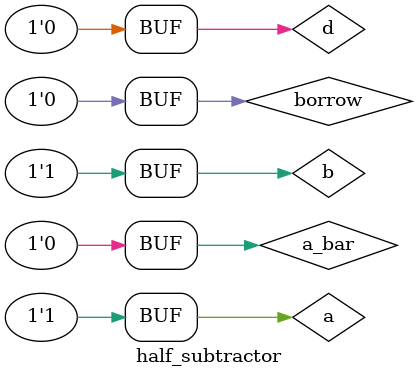
<source format=sv>
module half_subtractor();
  
  reg a,b,d,borrow,a_bar;
  
    always@(*)
    
    begin 
      
     a_bar=~a;
      
      d = a^b;
      borrow =a_bar&b;
   
    end 
  
   initial 
    begin 
      $monitor("a=%b,b=%b,d=%b,borrow=%b",a,b,d,borrow);
   
     #1   a=0;  b=0;
     #1   a=0;  b=1;
     #1   a=1;  b=0;
     #1   a=1;  b=1;
  end 
  
  initial 
    
    begin 
      
      $dumpfile("dump.vcd");
      $dumpvars();
      
    end 
  
endmodule 

</source>
